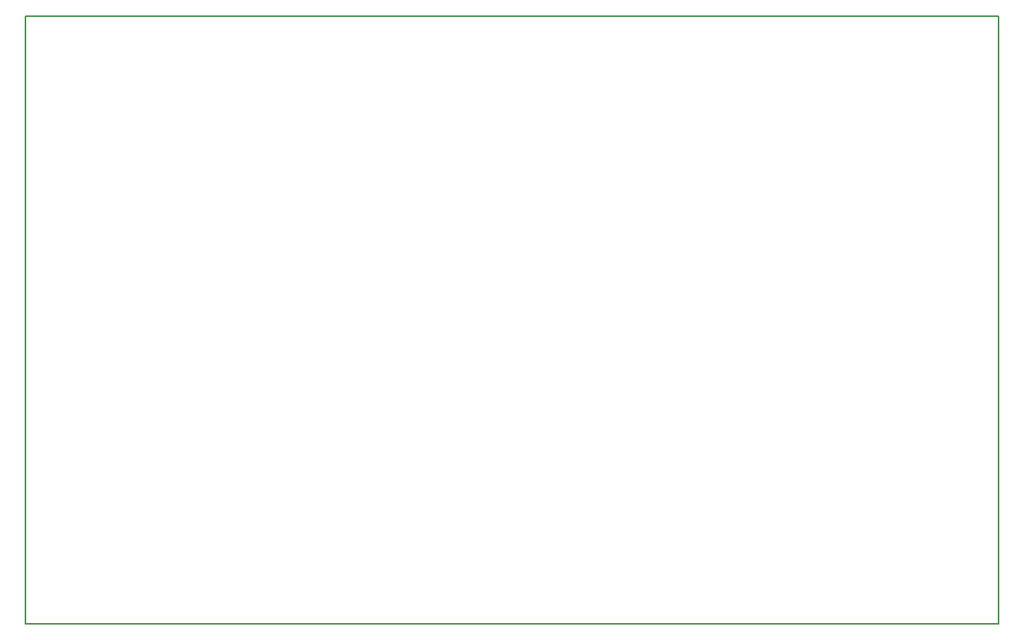
<source format=gm1>
G04 MADE WITH FRITZING*
G04 WWW.FRITZING.ORG*
G04 DOUBLE SIDED*
G04 HOLES PLATED*
G04 CONTOUR ON CENTER OF CONTOUR VECTOR*
%ASAXBY*%
%FSLAX23Y23*%
%MOIN*%
%OFA0B0*%
%SFA1.0B1.0*%
%ADD10R,4.215480X2.637800*%
%ADD11C,0.008000*%
%ADD10C,0.008*%
%LNCONTOUR*%
G90*
G70*
G54D10*
G54D11*
X4Y2634D02*
X4211Y2634D01*
X4211Y4D01*
X4Y4D01*
X4Y2634D01*
D02*
G04 End of contour*
M02*
</source>
